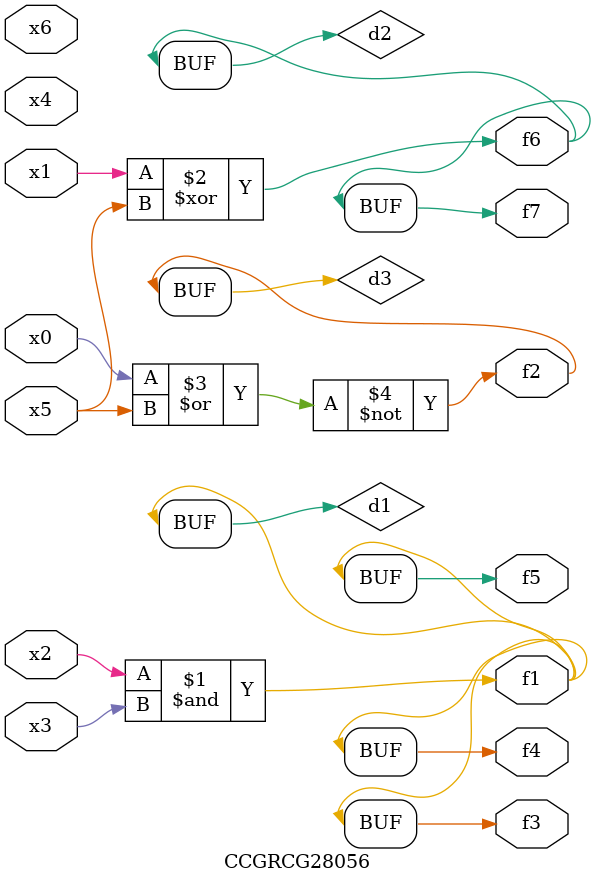
<source format=v>
module CCGRCG28056(
	input x0, x1, x2, x3, x4, x5, x6,
	output f1, f2, f3, f4, f5, f6, f7
);

	wire d1, d2, d3;

	and (d1, x2, x3);
	xor (d2, x1, x5);
	nor (d3, x0, x5);
	assign f1 = d1;
	assign f2 = d3;
	assign f3 = d1;
	assign f4 = d1;
	assign f5 = d1;
	assign f6 = d2;
	assign f7 = d2;
endmodule

</source>
